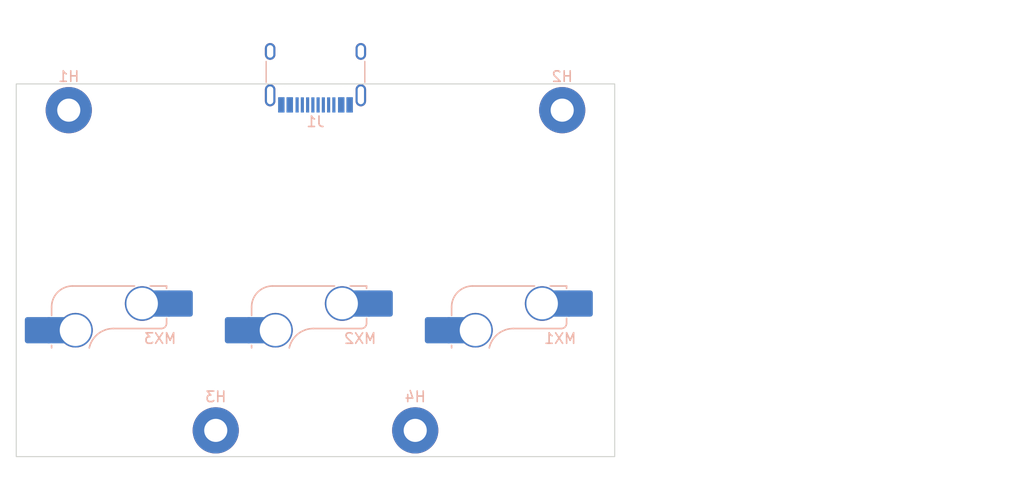
<source format=kicad_pcb>
(kicad_pcb (version 20240108) (generator "pcbnew") (generator_version "8.0")
  (title_block (title "Minimal PCB") (date "2023-11-11") (rev "1") (comment 1 "70x70mm PCB for case design"))
  (layers (0 "F.Cu" signal) (31 "B.Cu" signal) (34 "B.Paste" user) (35 "F.Paste" user) (36 "B.SilkS" user "B.Silkscreen") (37 "F.SilkS" user "F.Silkscreen") (38 "B.Mask" user) (39 "F.Mask" user) (44 "Edge.Cuts" user))
  (net 0 "")
  (footprint "PCM_marbastlib-mx:SW_MX_HS_CPG151101S11_1u" (layer "B.Cu") (at 38.099984 66.261647 180)
    (property "Reference" "MX3" (at -4.25 1.75 180) (layer "B.SilkS") (effects (justify mirror)))
    (property "Value" "MX_SW_HS")
    (fp_line (start 6.085176 4.75022) (end 6.085176 3.95022) (stroke (width 0.15)) (layer "B.SilkS"))
    (fp_line (start 6.085176 0.86022) (end 6.085176 1.10022) (stroke (width 0.15)) (layer "B.SilkS"))
    (fp_line (start 0.2 2.70022) (end -4.364824 2.70022) (stroke (width 0.15)) (layer "B.SilkS"))
    (fp_line (start -1.814824 6.75022) (end 4.085176 6.75022) (stroke (width 0.15)) (layer "B.SilkS"))
    (fp_line (start -4.864824 6.75022) (end -3.314824 6.75022) (stroke (width 0.15)) (layer "B.SilkS"))
    (fp_line (start -4.864824 6.52022) (end -4.864824 6.75022) (stroke (width 0.15)) (layer "B.SilkS"))
    (fp_line (start -4.864824 3.20022) (end -4.864824 3.67022) (stroke (width 0.15)) (layer "B.SilkS"))
    (fp_arc (start 6.085176 4.75022) (mid 5.499388 6.164432) (end 4.085176 6.75022) (stroke (width 0.15)) (layer "B.SilkS"))
    (fp_arc (start 2.494322 0.86022) (mid 1.670693 2.183637) (end 0.2 2.70022) (stroke (width 0.15)) (layer "B.SilkS"))
    (fp_arc (start -4.864824 3.20022) (mid -4.718377 2.846667) (end -4.364824 2.70022) (stroke (width 0.15)) (layer "B.SilkS"))
    (pad "" np_thru_hole circle (at -5.08 0 180) (size 1.75 1.75) (drill 1.75) (layers "*.Cu" "*.Mask"))
    (pad "" np_thru_hole circle (at 0 0 180) (size 3.9878 3.9878) (drill 3.9878) (layers "*.Cu" "*.Mask"))
    (pad "" np_thru_hole circle (at 5.08 0 180) (size 1.75 1.75) (drill 1.75) (layers "*.Cu" "*.Mask"))
    (pad "1" thru_hole circle (at 3.81 2.54 180) (size 3.3 3.3) (drill 3) (layers "*.Cu" "*.Mask"))
    (pad "1" smd rect (at 5.635 2.54) (size 1.65 2.5) (layers "B.Cu"))
    (pad "1" smd roundrect (at 7.36 2.54 180) (size 2.55 2.5) (layers "B.Cu" "B.Paste" "B.Mask") (roundrect_rratio 0.1))
    (pad "2" smd roundrect (at -6.09 5.08 180) (size 2.55 2.5) (layers "B.Cu" "B.Paste" "B.Mask") (roundrect_rratio 0.1))
    (pad "2" smd rect (at -4.34 5.08 180) (size 1.65 2.5) (layers "B.Cu"))
    (pad "2" thru_hole circle (at -2.54 5.08 180) (size 3.3 3.3) (drill 3) (layers "*.Cu" "*.Mask"))
  )
  (footprint "PCM_marbastlib-mx:SW_MX_HS_CPG151101S11_1u" (layer "B.Cu") (at 57.15 66.261647 180)
    (property "Reference" "MX2" (at -4.25 1.75 180) (layer "B.SilkS") (effects (justify mirror)))
    (property "Value" "MX_SW_HS")
    (fp_line (start 6.085176 4.75022) (end 6.085176 3.95022) (stroke (width 0.15)) (layer "B.SilkS"))
    (fp_line (start 6.085176 0.86022) (end 6.085176 1.10022) (stroke (width 0.15)) (layer "B.SilkS"))
    (fp_line (start 0.2 2.70022) (end -4.364824 2.70022) (stroke (width 0.15)) (layer "B.SilkS"))
    (fp_line (start -1.814824 6.75022) (end 4.085176 6.75022) (stroke (width 0.15)) (layer "B.SilkS"))
    (fp_line (start -4.864824 6.75022) (end -3.314824 6.75022) (stroke (width 0.15)) (layer "B.SilkS"))
    (fp_line (start -4.864824 6.52022) (end -4.864824 6.75022) (stroke (width 0.15)) (layer "B.SilkS"))
    (fp_line (start -4.864824 3.20022) (end -4.864824 3.67022) (stroke (width 0.15)) (layer "B.SilkS"))
    (fp_arc (start 6.085176 4.75022) (mid 5.499388 6.164432) (end 4.085176 6.75022) (stroke (width 0.15)) (layer "B.SilkS"))
    (fp_arc (start 2.494322 0.86022) (mid 1.670693 2.183637) (end 0.2 2.70022) (stroke (width 0.15)) (layer "B.SilkS"))
    (fp_arc (start -4.864824 3.20022) (mid -4.718377 2.846667) (end -4.364824 2.70022) (stroke (width 0.15)) (layer "B.SilkS"))
    (pad "" np_thru_hole circle (at -5.08 0 180) (size 1.75 1.75) (drill 1.75) (layers "*.Cu" "*.Mask"))
    (pad "" np_thru_hole circle (at 0 0 180) (size 3.9878 3.9878) (drill 3.9878) (layers "*.Cu" "*.Mask"))
    (pad "" np_thru_hole circle (at 5.08 0 180) (size 1.75 1.75) (drill 1.75) (layers "*.Cu" "*.Mask"))
    (pad "1" thru_hole circle (at 3.81 2.54 180) (size 3.3 3.3) (drill 3) (layers "*.Cu" "*.Mask"))
    (pad "1" smd rect (at 5.635 2.54) (size 1.65 2.5) (layers "B.Cu"))
    (pad "1" smd roundrect (at 7.36 2.54 180) (size 2.55 2.5) (layers "B.Cu" "B.Paste" "B.Mask") (roundrect_rratio 0.1))
    (pad "2" smd roundrect (at -6.09 5.08 180) (size 2.55 2.5) (layers "B.Cu" "B.Paste" "B.Mask") (roundrect_rratio 0.1))
    (pad "2" smd rect (at -4.34 5.08 180) (size 1.65 2.5) (layers "B.Cu"))
    (pad "2" thru_hole circle (at -2.54 5.08 180) (size 3.3 3.3) (drill 3) (layers "*.Cu" "*.Mask"))
  )
  (footprint "PCM_marbastlib-mx:SW_MX_HS_CPG151101S11_1u" (layer "B.Cu") (at 76.200016 66.261647 180)
    (property "Reference" "MX1" (at -4.25 1.75 180) (layer "B.SilkS") (effects (justify mirror)))
    (property "Value" "MX_SW_HS")
    (fp_line (start 6.085176 4.75022) (end 6.085176 3.95022) (stroke (width 0.15)) (layer "B.SilkS"))
    (fp_line (start 6.085176 0.86022) (end 6.085176 1.10022) (stroke (width 0.15)) (layer "B.SilkS"))
    (fp_line (start 0.2 2.70022) (end -4.364824 2.70022) (stroke (width 0.15)) (layer "B.SilkS"))
    (fp_line (start -1.814824 6.75022) (end 4.085176 6.75022) (stroke (width 0.15)) (layer "B.SilkS"))
    (fp_line (start -4.864824 6.75022) (end -3.314824 6.75022) (stroke (width 0.15)) (layer "B.SilkS"))
    (fp_line (start -4.864824 6.52022) (end -4.864824 6.75022) (stroke (width 0.15)) (layer "B.SilkS"))
    (fp_line (start -4.864824 3.20022) (end -4.864824 3.67022) (stroke (width 0.15)) (layer "B.SilkS"))
    (fp_arc (start 6.085176 4.75022) (mid 5.499388 6.164432) (end 4.085176 6.75022) (stroke (width 0.15)) (layer "B.SilkS"))
    (fp_arc (start 2.494322 0.86022) (mid 1.670693 2.183637) (end 0.2 2.70022) (stroke (width 0.15)) (layer "B.SilkS"))
    (fp_arc (start -4.864824 3.20022) (mid -4.718377 2.846667) (end -4.364824 2.70022) (stroke (width 0.15)) (layer "B.SilkS"))
    (pad "" np_thru_hole circle (at -5.08 0 180) (size 1.75 1.75) (drill 1.75) (layers "*.Cu" "*.Mask"))
    (pad "" np_thru_hole circle (at 0 0 180) (size 3.9878 3.9878) (drill 3.9878) (layers "*.Cu" "*.Mask"))
    (pad "" np_thru_hole circle (at 5.08 0 180) (size 1.75 1.75) (drill 1.75) (layers "*.Cu" "*.Mask"))
    (pad "1" thru_hole circle (at 3.81 2.54 180) (size 3.3 3.3) (drill 3) (layers "*.Cu" "*.Mask"))
    (pad "1" smd rect (at 5.635 2.54) (size 1.65 2.5) (layers "B.Cu"))
    (pad "1" smd roundrect (at 7.36 2.54 180) (size 2.55 2.5) (layers "B.Cu" "B.Paste" "B.Mask") (roundrect_rratio 0.1))
    (pad "2" smd roundrect (at -6.09 5.08 180) (size 2.55 2.5) (layers "B.Cu" "B.Paste" "B.Mask") (roundrect_rratio 0.1))
    (pad "2" smd rect (at -4.34 5.08 180) (size 1.65 2.5) (layers "B.Cu"))
    (pad "2" thru_hole circle (at -2.54 5.08 180) (size 3.3 3.3) (drill 3) (layers "*.Cu" "*.Mask"))
  )
  (footprint "MountingHole:MountingHole_2.2mm_M2_Pad" (layer "B.Cu") (at 80.65 42.761647 180)
    (property "Reference" "H2" (at 0 3.2 0) (layer "B.SilkS") (effects (justify mirror)))
    (property "Value" "Mounting Hole")
    (pad "1" thru_hole circle (at 0 0 180) (size 4.4 4.4) (drill 2.2) (layers "*.Cu" "*.Mask"))
  )
  (footprint "MountingHole:MountingHole_2.2mm_M2_Pad" (layer "B.Cu") (at 66.65 73.261647 180)
    (property "Reference" "H4" (at 0 3.2 0) (layer "B.SilkS") (effects (justify mirror)))
    (property "Value" "Mounting Hole")
    (pad "1" thru_hole circle (at 0 0 180) (size 4.4 4.4) (drill 2.2) (layers "*.Cu" "*.Mask"))
  )
  (footprint "MountingHole:MountingHole_2.2mm_M2_Pad" (layer "B.Cu") (at 47.65 73.261647 180)
    (property "Reference" "H3" (at 0 3.2 0) (layer "B.SilkS") (effects (justify mirror)))
    (property "Value" "Mounting Hole")
    (pad "1" thru_hole circle (at 0 0 180) (size 4.4 4.4) (drill 2.2) (layers "*.Cu" "*.Mask"))
  )
  (footprint "MountingHole:MountingHole_2.2mm_M2_Pad" (layer "B.Cu") (at 33.65 42.761647 180)
    (property "Reference" "H1" (at 0 3.2 0) (layer "B.SilkS") (effects (justify mirror)))
    (property "Value" "Mounting Hole")
    (pad "1" thru_hole circle (at 0 0 180) (size 4.4 4.4) (drill 2.2) (layers "*.Cu" "*.Mask"))
  )
  (footprint "PCM_marbastlib-various:USB_C_Receptacle_HRO_TYPE-C-31-M-12" (layer "B.Cu") (at 57.15 38.216647)
    (property "Reference" "J1" (at 0 5.645 180) (layer "B.SilkS") (effects (justify mirror)))
    (property "Value" "USB_C_Receptacle_USB2.0")
    (fp_line (start -4.7 -0.1) (end -4.7 1.9) (stroke (width 0.12)) (layer "B.SilkS"))
    (fp_line (start 4.7 -0.1) (end 4.7 1.9) (stroke (width 0.12)) (layer "B.SilkS"))
    (pad "" np_thru_hole circle (at -2.89 2.6) (size 0.65 0.65) (drill 0.65) (layers "*.Cu" "*.Mask"))
    (pad "" np_thru_hole circle (at 2.89 2.6) (size 0.65 0.65) (drill 0.65) (layers "*.Cu" "*.Mask"))
    (pad "A1" smd rect (at -3.25 4.045) (size 0.6 1.45) (layers "B.Cu" "B.Paste" "B.Mask"))
    (pad "A4" smd rect (at -2.45 4.045) (size 0.6 1.45) (layers "B.Cu" "B.Paste" "B.Mask"))
    (pad "A5" smd rect (at -1.25 4.045) (size 0.3 1.45) (layers "B.Cu" "B.Paste" "B.Mask"))
    (pad "A6" smd rect (at -0.25 4.045) (size 0.3 1.45) (layers "B.Cu" "B.Paste" "B.Mask"))
    (pad "A7" smd rect (at 0.25 4.045) (size 0.3 1.45) (layers "B.Cu" "B.Paste" "B.Mask"))
    (pad "A8" smd rect (at 1.25 4.045) (size 0.3 1.45) (layers "B.Cu" "B.Paste" "B.Mask"))
    (pad "A9" smd rect (at 2.45 4.045) (size 0.6 1.45) (layers "B.Cu" "B.Paste" "B.Mask"))
    (pad "A12" smd rect (at 3.25 4.045) (size 0.6 1.45) (layers "B.Cu" "B.Paste" "B.Mask"))
    (pad "B1" smd rect (at 3.25 4.045) (size 0.6 1.45) (layers "B.Cu" "B.Paste" "B.Mask"))
    (pad "B4" smd rect (at 2.45 4.045) (size 0.6 1.45) (layers "B.Cu" "B.Paste" "B.Mask"))
    (pad "B5" smd rect (at 1.75 4.045) (size 0.3 1.45) (layers "B.Cu" "B.Paste" "B.Mask"))
    (pad "B6" smd rect (at 0.75 4.045) (size 0.3 1.45) (layers "B.Cu" "B.Paste" "B.Mask"))
    (pad "B7" smd rect (at -0.75 4.045) (size 0.3 1.45) (layers "B.Cu" "B.Paste" "B.Mask"))
    (pad "B8" smd rect (at -1.75 4.045) (size 0.3 1.45) (layers "B.Cu" "B.Paste" "B.Mask"))
    (pad "B9" smd rect (at -2.45 4.045) (size 0.6 1.45) (layers "B.Cu" "B.Paste" "B.Mask"))
    (pad "B12" smd rect (at -3.25 4.045) (size 0.6 1.45) (layers "B.Cu" "B.Paste" "B.Mask"))
    (pad "S1" thru_hole oval (at -4.32 -1.05) (size 1 1.6) (drill oval 0.6 1.2) (layers "*.Cu" "*.Mask"))
    (pad "S1" thru_hole oval (at -4.32 3.13) (size 1 2.1) (drill oval 0.6 1.7) (layers "*.Cu" "*.Mask"))
    (pad "S1" thru_hole oval (at 4.32 -1.05) (size 1 1.6) (drill oval 0.6 1.2) (layers "*.Cu" "*.Mask"))
    (pad "S1" thru_hole oval (at 4.32 3.13) (size 1 2.1) (drill oval 0.6 1.7) (layers "*.Cu" "*.Mask"))
  )
  (gr_rect (start 28.65 40.261647) (end 85.65 75.761647) (stroke (width 0.1)) (fill none) (layer "Edge.Cuts"))
)
</source>
